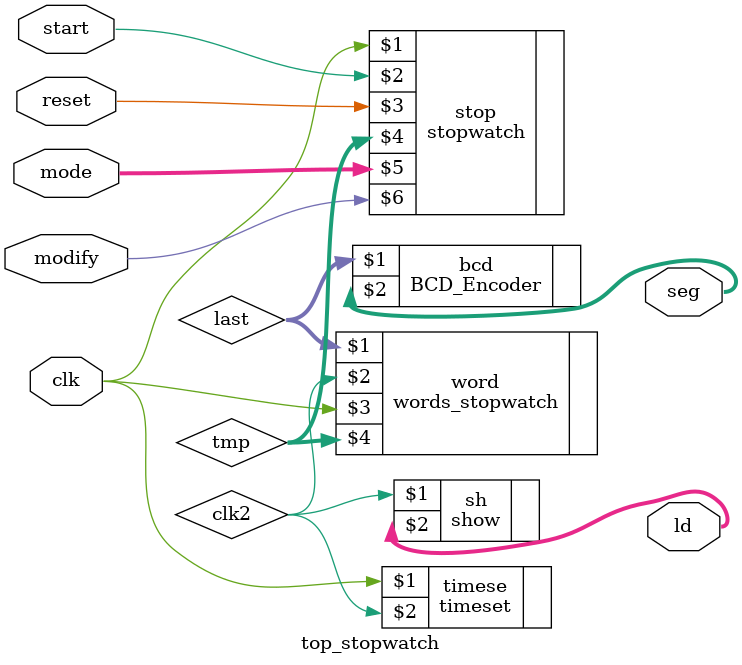
<source format=v>
`timescale 1ns / 1ps

module top_stopwatch(clk,start,reset,seg,ld,mode,modify);

    input clk,reset,start,modify;
    input [3:0]mode;
    output [7:0]seg,ld;
   

    wire clk2;
    wire [3:0]last;
    wire [31:0]tmp;
    
    
    timeset timese(clk,clk2);
    show sh(clk2,ld);
    stopwatch stop(clk,start,reset,tmp,mode,modify);
    words_stopwatch word(last,clk2,clk,tmp);
    BCD_Encoder bcd(last,seg);
    
    
    
endmodule

</source>
